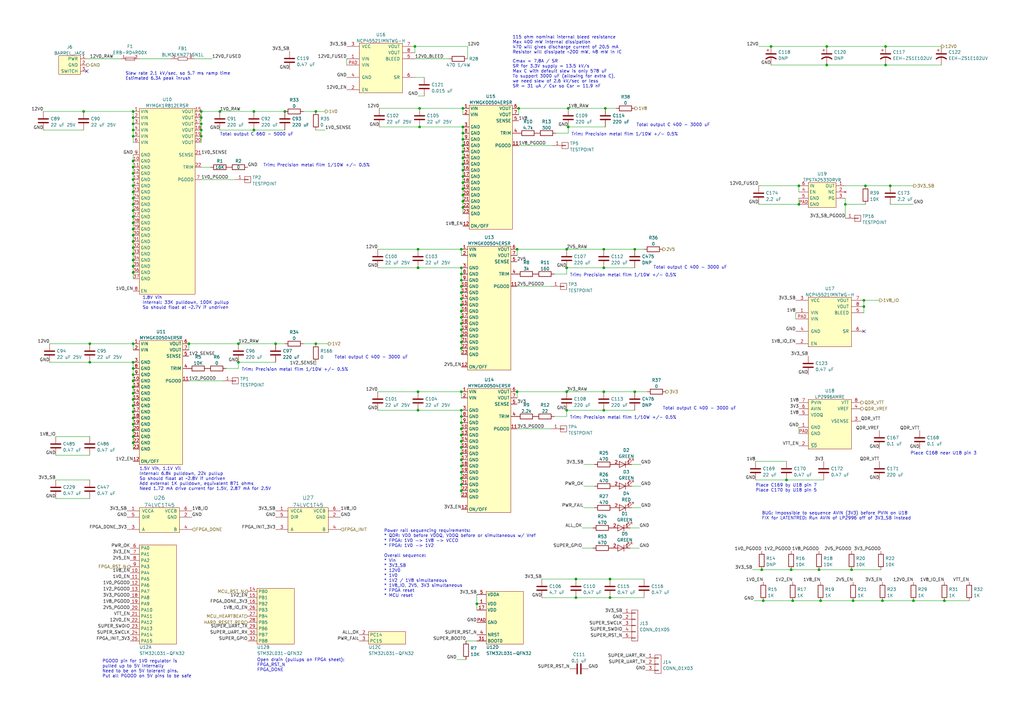
<source format=kicad_sch>
(kicad_sch (version 20211123) (generator eeschema)
  (paper "A3")
  (title_block (date "2023-06-24") (rev "0.1") (company "Antikernel Labs") (comment 1 "Andrew D. Zonenberg"))
  (junction (at 189.865 52.07))
  (junction (at 189.865 64.77))
  (junction (at 54.61 156.21))
  (junction (at 189.23 196.215))
  (junction (at 54.61 111.76))
  (junction (at 327.66 76.2))
  (junction (at 232.41 160.655))
  (junction (at 327.66 83.82))
  (junction (at 236.22 245.11))
  (junction (at 189.23 127.635))
  (junction (at 232.41 168.275))
  (junction (at 189.865 67.31))
  (junction (at 387.35 246.38))
  (junction (at 171.45 168.275))
  (junction (at 189.23 114.935))
  (junction (at 189.23 173.355))
  (junction (at 189.23 109.855))
  (junction (at 247.65 168.275))
  (junction (at 363.22 19.05))
  (junction (at 189.23 201.295))
  (junction (at 260.35 102.235))
  (junction (at 129.54 140.97))
  (junction (at 374.65 246.38))
  (junction (at 189.865 82.55))
  (junction (at 171.45 102.235))
  (junction (at 189.23 170.815))
  (junction (at 36.83 148.59))
  (junction (at 104.14 53.34))
  (junction (at 189.23 168.275))
  (junction (at 354.965 76.2))
  (junction (at 54.61 53.34))
  (junction (at 322.58 196.85))
  (junction (at 189.23 188.595))
  (junction (at 189.865 62.23))
  (junction (at 54.61 83.82))
  (junction (at 339.09 26.67))
  (junction (at 189.23 175.895))
  (junction (at 212.09 102.235))
  (junction (at 54.61 151.13))
  (junction (at 189.23 198.755))
  (junction (at 363.22 26.67))
  (junction (at 189.865 54.61))
  (junction (at 354.33 125.73))
  (junction (at 189.865 72.39))
  (junction (at 335.915 233.68))
  (junction (at 77.47 140.97))
  (junction (at 54.61 50.8))
  (junction (at 54.61 78.74))
  (junction (at 36.83 140.97))
  (junction (at 54.61 109.22))
  (junction (at 54.61 168.91))
  (junction (at 247.65 109.855))
  (junction (at 54.61 166.37))
  (junction (at 54.61 148.59))
  (junction (at 189.865 57.15))
  (junction (at 189.865 77.47))
  (junction (at 54.61 176.53))
  (junction (at 250.19 237.49))
  (junction (at 54.61 140.97))
  (junction (at 34.29 45.72))
  (junction (at 54.61 76.2))
  (junction (at 90.17 45.72))
  (junction (at 365.125 76.2))
  (junction (at 189.23 137.795))
  (junction (at 54.61 88.9))
  (junction (at 236.22 237.49))
  (junction (at 113.03 140.97))
  (junction (at 233.045 44.45))
  (junction (at 189.23 130.175))
  (junction (at 97.79 148.59))
  (junction (at 189.865 80.01))
  (junction (at 54.61 101.6))
  (junction (at 54.61 181.61))
  (junction (at 54.61 153.67))
  (junction (at 54.61 86.36))
  (junction (at 189.23 193.675))
  (junction (at 250.19 245.11))
  (junction (at 189.865 69.85))
  (junction (at 189.23 135.255))
  (junction (at 189.23 120.015))
  (junction (at 189.865 74.93))
  (junction (at 349.885 246.38))
  (junction (at 189.23 122.555))
  (junction (at 170.18 19.05))
  (junction (at 54.61 68.58))
  (junction (at 212.09 160.655))
  (junction (at 339.09 19.05))
  (junction (at 189.23 183.515))
  (junction (at 312.42 233.68))
  (junction (at 54.61 158.75))
  (junction (at 212.725 44.45))
  (junction (at 189.23 186.055))
  (junction (at 54.61 171.45))
  (junction (at 171.45 109.855))
  (junction (at 189.23 178.435))
  (junction (at 361.95 246.38))
  (junction (at 336.55 246.38))
  (junction (at 349.25 233.68))
  (junction (at 54.61 73.66))
  (junction (at 54.61 45.72))
  (junction (at 189.23 140.335))
  (junction (at 172.085 44.45))
  (junction (at 189.23 132.715))
  (junction (at 171.45 160.655))
  (junction (at 82.55 50.8))
  (junction (at 54.61 173.99))
  (junction (at 54.61 104.14))
  (junction (at 82.55 48.26))
  (junction (at 189.865 59.69))
  (junction (at 248.285 44.45))
  (junction (at 54.61 161.29))
  (junction (at 54.61 179.07))
  (junction (at 189.23 102.235))
  (junction (at 189.23 117.475))
  (junction (at 54.61 55.88))
  (junction (at 325.12 246.38))
  (junction (at 54.61 96.52))
  (junction (at 54.61 106.68))
  (junction (at 189.23 112.395))
  (junction (at 82.55 45.72))
  (junction (at 172.085 52.07))
  (junction (at 232.41 109.855))
  (junction (at 54.61 81.28))
  (junction (at 104.14 45.72))
  (junction (at 116.84 45.72))
  (junction (at 54.61 48.26))
  (junction (at 129.54 45.72))
  (junction (at 189.865 85.09))
  (junction (at 54.61 71.12))
  (junction (at 316.23 19.05))
  (junction (at 54.61 163.83))
  (junction (at 54.61 93.98))
  (junction (at 247.65 102.235))
  (junction (at 189.23 125.095))
  (junction (at 247.65 160.655))
  (junction (at 354.33 123.19))
  (junction (at 54.61 66.04))
  (junction (at 97.79 140.97))
  (junction (at 313.055 246.38))
  (junction (at 189.23 191.135))
  (junction (at 189.865 44.45))
  (junction (at 54.61 91.44))
  (junction (at 232.41 102.235))
  (junction (at 54.61 99.06))
  (junction (at 189.23 160.655))
  (junction (at 233.045 52.07))
  (junction (at 82.55 55.88))
  (junction (at 195.58 247.65))
  (junction (at 346.71 83.82))
  (junction (at 189.23 142.875))
  (junction (at 189.23 180.975))
  (junction (at 82.55 53.34))
  (junction (at 324.485 233.68))
  (junction (at 260.35 160.655))
  (no_connect (at 35.56 29.21))
  (no_connect (at 354.33 135.89))
  (wire (pts (xy 54.61 81.28) (xy 54.61 83.82)))
  (wire (pts (xy 113.03 140.97) (xy 116.84 140.97)))
  (wire (pts (xy 129.54 148.59) (xy 129.54 149.86)))
  (wire (pts (xy 361.95 246.38) (xy 374.65 246.38)))
  (wire (pts (xy 77.47 143.51) (xy 77.47 140.97)))
  (wire (pts (xy 54.61 83.82) (xy 54.61 86.36)))
  (wire (pts (xy 54.61 181.61) (xy 54.61 184.15)))
  (wire (pts (xy 250.19 237.49) (xy 264.16 237.49)))
  (wire (pts (xy 346.71 83.82) (xy 346.71 89.535)))
  (wire (pts (xy 97.79 151.13) (xy 97.79 148.59)))
  (wire (pts (xy 189.23 183.515) (xy 189.23 186.055)))
  (wire (pts (xy 154.94 102.235) (xy 171.45 102.235)))
  (wire (pts (xy 170.18 31.75) (xy 173.99 31.75)))
  (wire (pts (xy 189.23 135.255) (xy 189.23 137.795)))
  (wire (pts (xy 189.23 188.595) (xy 189.23 191.135)))
  (wire (pts (xy 212.09 117.475) (xy 226.06 117.475)))
  (wire (pts (xy 349.25 233.68) (xy 361.315 233.68)))
  (wire (pts (xy 77.47 156.21) (xy 91.44 156.21)))
  (wire (pts (xy 189.23 102.235) (xy 189.23 104.775)))
  (wire (pts (xy 232.41 109.855) (xy 247.65 109.855)))
  (wire (pts (xy 189.865 85.09) (xy 189.865 87.63)))
  (wire (pts (xy 227.965 54.61) (xy 233.045 54.61)))
  (wire (pts (xy 189.23 137.795) (xy 189.23 140.335)))
  (wire (pts (xy 189.23 122.555) (xy 189.23 125.095)))
  (wire (pts (xy 354.33 123.19) (xy 360.68 123.19)))
  (wire (pts (xy 236.22 245.11) (xy 250.19 245.11)))
  (wire (pts (xy 313.055 246.38) (xy 325.12 246.38)))
  (wire (pts (xy 20.32 140.97) (xy 36.83 140.97)))
  (wire (pts (xy 189.865 59.69) (xy 189.865 62.23)))
  (wire (pts (xy 312.42 233.68) (xy 324.485 233.68)))
  (wire (pts (xy 82.55 48.26) (xy 82.55 50.8)))
  (wire (pts (xy 189.23 125.095) (xy 189.23 127.635)))
  (wire (pts (xy 171.45 102.235) (xy 189.23 102.235)))
  (wire (pts (xy 129.54 140.97) (xy 134.62 140.97)))
  (wire (pts (xy 54.61 50.8) (xy 54.61 53.34)))
  (wire (pts (xy 54.61 111.76) (xy 54.61 114.3)))
  (wire (pts (xy 212.725 59.69) (xy 226.695 59.69)))
  (wire (pts (xy 232.41 168.275) (xy 247.65 168.275)))
  (wire (pts (xy 222.25 245.11) (xy 236.22 245.11)))
  (wire (pts (xy 124.46 140.97) (xy 129.54 140.97)))
  (wire (pts (xy 155.575 44.45) (xy 172.085 44.45)))
  (wire (pts (xy 233.045 52.07) (xy 248.285 52.07)))
  (wire (pts (xy 82.55 53.34) (xy 82.55 55.88)))
  (wire (pts (xy 54.61 53.34) (xy 54.61 55.88)))
  (wire (pts (xy 327.66 81.28) (xy 327.66 83.82)))
  (wire (pts (xy 189.23 201.295) (xy 189.23 203.835)))
  (wire (pts (xy 54.61 88.9) (xy 54.61 91.44)))
  (wire (pts (xy 171.45 168.275) (xy 189.23 168.275)))
  (wire (pts (xy 189.23 127.635) (xy 189.23 130.175)))
  (wire (pts (xy 22.86 186.69) (xy 36.83 186.69)))
  (wire (pts (xy 259.08 190.5) (xy 262.89 190.5)))
  (wire (pts (xy 187.325 270.51) (xy 191.135 270.51)))
  (wire (pts (xy 54.61 76.2) (xy 54.61 78.74)))
  (wire (pts (xy 54.61 68.58) (xy 54.61 71.12)))
  (wire (pts (xy 247.65 109.855) (xy 260.35 109.855)))
  (wire (pts (xy 80.01 24.13) (xy 86.995 24.13)))
  (wire (pts (xy 90.17 53.34) (xy 104.14 53.34)))
  (wire (pts (xy 97.79 148.59) (xy 113.03 148.59)))
  (wire (pts (xy 239.395 199.39) (xy 243.84 199.39)))
  (wire (pts (xy 54.61 93.98) (xy 54.61 96.52)))
  (wire (pts (xy 233.045 44.45) (xy 248.285 44.45)))
  (wire (pts (xy 233.045 54.61) (xy 233.045 52.07)))
  (wire (pts (xy 387.35 246.38) (xy 397.51 246.38)))
  (wire (pts (xy 82.55 45.72) (xy 90.17 45.72)))
  (wire (pts (xy 374.65 246.38) (xy 387.35 246.38)))
  (wire (pts (xy 189.23 173.355) (xy 189.23 175.895)))
  (wire (pts (xy 309.88 189.23) (xy 322.58 189.23)))
  (wire (pts (xy 189.23 186.055) (xy 189.23 188.595)))
  (wire (pts (xy 232.41 170.815) (xy 232.41 168.275)))
  (wire (pts (xy 258.445 224.79) (xy 262.255 224.79)))
  (wire (pts (xy 227.33 112.395) (xy 232.41 112.395)))
  (wire (pts (xy 322.58 196.85) (xy 337.82 196.85)))
  (wire (pts (xy 54.61 101.6) (xy 54.61 104.14)))
  (wire (pts (xy 354.33 128.27) (xy 354.33 125.73)))
  (wire (pts (xy 189.865 54.61) (xy 189.865 57.15)))
  (wire (pts (xy 172.085 44.45) (xy 189.865 44.45)))
  (wire (pts (xy 189.23 178.435) (xy 189.23 180.975)))
  (wire (pts (xy 191.135 262.89) (xy 195.58 262.89)))
  (wire (pts (xy 339.09 19.05) (xy 363.22 19.05)))
  (wire (pts (xy 189.23 175.895) (xy 189.23 178.435)))
  (wire (pts (xy 189.865 64.77) (xy 189.865 67.31)))
  (wire (pts (xy 189.865 69.85) (xy 189.865 72.39)))
  (wire (pts (xy 365.125 76.2) (xy 374.65 76.2)))
  (wire (pts (xy 154.94 109.855) (xy 171.45 109.855)))
  (wire (pts (xy 142.24 24.13) (xy 142.24 26.67)))
  (wire (pts (xy 129.54 53.34) (xy 133.35 53.34)))
  (wire (pts (xy 124.46 45.72) (xy 129.54 45.72)))
  (wire (pts (xy 189.865 67.31) (xy 189.865 69.85)))
  (wire (pts (xy 232.41 112.395) (xy 232.41 109.855)))
  (wire (pts (xy 189.865 57.15) (xy 189.865 59.69)))
  (wire (pts (xy 189.23 132.715) (xy 189.23 135.255)))
  (wire (pts (xy 189.23 191.135) (xy 189.23 193.675)))
  (wire (pts (xy 54.61 176.53) (xy 54.61 179.07)))
  (wire (pts (xy 222.25 237.49) (xy 236.22 237.49)))
  (wire (pts (xy 346.71 76.2) (xy 354.965 76.2)))
  (wire (pts (xy 309.245 246.38) (xy 313.055 246.38)))
  (wire (pts (xy 346.71 81.28) (xy 346.71 83.82)))
  (wire (pts (xy 191.77 19.05) (xy 191.77 24.13)))
  (wire (pts (xy 189.23 170.815) (xy 189.23 173.355)))
  (wire (pts (xy 189.865 72.39) (xy 189.865 74.93)))
  (wire (pts (xy 250.19 245.11) (xy 264.16 245.11)))
  (wire (pts (xy 82.55 50.8) (xy 82.55 53.34)))
  (wire (pts (xy 212.09 163.195) (xy 212.09 160.655)))
  (wire (pts (xy 54.61 78.74) (xy 54.61 81.28)))
  (wire (pts (xy 189.23 112.395) (xy 189.23 114.935)))
  (wire (pts (xy 57.15 24.13) (xy 69.85 24.13)))
  (wire (pts (xy 189.23 193.675) (xy 189.23 196.215)))
  (wire (pts (xy 212.09 175.895) (xy 226.06 175.895)))
  (wire (pts (xy 335.915 233.68) (xy 349.25 233.68)))
  (wire (pts (xy 54.61 48.26) (xy 54.61 50.8)))
  (wire (pts (xy 54.61 179.07) (xy 54.61 181.61)))
  (wire (pts (xy 154.94 168.275) (xy 171.45 168.275)))
  (wire (pts (xy 189.23 140.335) (xy 189.23 142.875)))
  (wire (pts (xy 189.865 80.01) (xy 189.865 82.55)))
  (wire (pts (xy 189.23 142.875) (xy 189.23 145.415)))
  (wire (pts (xy 54.61 151.13) (xy 54.61 153.67)))
  (wire (pts (xy 232.41 160.655) (xy 247.65 160.655)))
  (wire (pts (xy 354.965 76.2) (xy 365.125 76.2)))
  (wire (pts (xy 92.71 151.13) (xy 97.79 151.13)))
  (wire (pts (xy 259.08 199.39) (xy 262.89 199.39)))
  (wire (pts (xy 247.65 160.655) (xy 260.35 160.655)))
  (wire (pts (xy 36.83 140.97) (xy 54.61 140.97)))
  (wire (pts (xy 54.61 173.99) (xy 54.61 176.53)))
  (wire (pts (xy 195.58 247.65) (xy 195.58 243.84)))
  (wire (pts (xy 82.55 68.58) (xy 86.36 68.58)))
  (wire (pts (xy 239.395 208.28) (xy 243.84 208.28)))
  (wire (pts (xy 54.61 140.97) (xy 54.61 143.51)))
  (wire (pts (xy 326.39 128.27) (xy 326.39 130.81)))
  (wire (pts (xy 247.65 102.235) (xy 260.35 102.235)))
  (wire (pts (xy 212.725 44.45) (xy 233.045 44.45)))
  (wire (pts (xy 339.09 26.67) (xy 363.22 26.67)))
  (wire (pts (xy 54.61 71.12) (xy 54.61 73.66)))
  (wire (pts (xy 327.66 76.2) (xy 327.66 78.74)))
  (wire (pts (xy 248.285 44.45) (xy 252.73 44.45)))
  (wire (pts (xy 172.085 52.07) (xy 189.865 52.07)))
  (wire (pts (xy 258.445 216.535) (xy 262.255 216.535)))
  (wire (pts (xy 325.12 246.38) (xy 336.55 246.38)))
  (wire (pts (xy 82.55 45.72) (xy 82.55 48.26)))
  (wire (pts (xy 129.54 45.72) (xy 133.35 45.72)))
  (wire (pts (xy 54.61 55.88) (xy 54.61 58.42)))
  (wire (pts (xy 212.09 104.775) (xy 212.09 102.235)))
  (wire (pts (xy 104.14 45.72) (xy 116.84 45.72)))
  (wire (pts (xy 309.88 196.85) (xy 322.58 196.85)))
  (wire (pts (xy 22.86 196.85) (xy 36.83 196.85)))
  (wire (pts (xy 54.61 163.83) (xy 54.61 166.37)))
  (wire (pts (xy 260.35 102.235) (xy 264.16 102.235)))
  (wire (pts (xy 54.61 45.72) (xy 54.61 48.26)))
  (wire (pts (xy 22.86 204.47) (xy 36.83 204.47)))
  (wire (pts (xy 54.61 66.04) (xy 54.61 68.58)))
  (wire (pts (xy 54.61 158.75) (xy 54.61 161.29)))
  (wire (pts (xy 354.33 125.73) (xy 354.33 123.19)))
  (wire (pts (xy 82.55 55.88) (xy 82.55 58.42)))
  (wire (pts (xy 363.22 26.67) (xy 386.08 26.67)))
  (wire (pts (xy 54.61 99.06) (xy 54.61 101.6)))
  (wire (pts (xy 54.61 148.59) (xy 54.61 151.13)))
  (wire (pts (xy 90.17 45.72) (xy 104.14 45.72)))
  (wire (pts (xy 327.66 175.26) (xy 327.66 177.8)))
  (wire (pts (xy 311.15 19.05) (xy 316.23 19.05)))
  (wire (pts (xy 311.15 76.2) (xy 327.66 76.2)))
  (wire (pts (xy 17.78 53.34) (xy 34.29 53.34)))
  (wire (pts (xy 189.23 114.935) (xy 189.23 117.475)))
  (wire (pts (xy 239.395 190.5) (xy 243.84 190.5)))
  (wire (pts (xy 195.58 247.65) (xy 195.58 250.19)))
  (wire (pts (xy 54.61 166.37) (xy 54.61 168.91)))
  (wire (pts (xy 54.61 106.68) (xy 54.61 109.22)))
  (wire (pts (xy 17.78 45.72) (xy 34.29 45.72)))
  (wire (pts (xy 232.41 102.235) (xy 247.65 102.235)))
  (wire (pts (xy 54.61 153.67) (xy 54.61 156.21)))
  (wire (pts (xy 54.61 156.21) (xy 54.61 158.75)))
  (wire (pts (xy 189.23 160.655) (xy 189.23 163.195)))
  (wire (pts (xy 189.865 52.07) (xy 189.865 54.61)))
  (wire (pts (xy 54.61 63.5) (xy 54.61 66.04)))
  (wire (pts (xy 236.22 237.49) (xy 250.19 237.49)))
  (wire (pts (xy 363.22 19.05) (xy 386.08 19.05)))
  (wire (pts (xy 324.485 233.68) (xy 335.915 233.68)))
  (wire (pts (xy 54.61 104.14) (xy 54.61 106.68)))
  (wire (pts (xy 77.47 140.97) (xy 97.79 140.97)))
  (wire (pts (xy 54.61 91.44) (xy 54.61 93.98)))
  (wire (pts (xy 170.18 24.13) (xy 184.15 24.13)))
  (wire (pts (xy 22.86 179.07) (xy 36.83 179.07)))
  (wire (pts (xy 171.45 39.37) (xy 173.99 39.37)))
  (wire (pts (xy 97.79 140.97) (xy 113.03 140.97)))
  (wire (pts (xy 189.23 120.015) (xy 189.23 122.555)))
  (wire (pts (xy 82.55 73.66) (xy 96.52 73.66)))
  (wire (pts (xy 54.61 73.66) (xy 54.61 76.2)))
  (wire (pts (xy 54.61 168.91) (xy 54.61 171.45)))
  (wire (pts (xy 189.865 77.47) (xy 189.865 80.01)))
  (wire (pts (xy 308.61 233.68) (xy 312.42 233.68)))
  (wire (pts (xy 104.14 53.34) (xy 116.84 53.34)))
  (wire (pts (xy 247.65 168.275) (xy 260.35 168.275)))
  (wire (pts (xy 189.865 44.45) (xy 189.865 46.99)))
  (wire (pts (xy 189.865 62.23) (xy 189.865 64.77)))
  (wire (pts (xy 238.76 224.79) (xy 243.205 224.79)))
  (wire (pts (xy 212.09 102.235) (xy 232.41 102.235)))
  (wire (pts (xy 189.23 196.215) (xy 189.23 198.755)))
  (wire (pts (xy 238.76 216.535) (xy 243.205 216.535)))
  (wire (pts (xy 189.865 82.55) (xy 189.865 85.09)))
  (wire (pts (xy 170.18 19.05) (xy 170.18 21.59)))
  (wire (pts (xy 189.23 198.755) (xy 189.23 201.295)))
  (wire (pts (xy 35.56 24.13) (xy 49.53 24.13)))
  (wire (pts (xy 189.865 74.93) (xy 189.865 77.47)))
  (wire (pts (xy 260.35 160.655) (xy 265.43 160.655)))
  (wire (pts (xy 365.125 83.82) (xy 374.65 83.82)))
  (wire (pts (xy 155.575 52.07) (xy 172.085 52.07)))
  (wire (pts (xy 54.61 109.22) (xy 54.61 111.76)))
  (wire (pts (xy 36.83 148.59) (xy 54.61 148.59)))
  (wire (pts (xy 316.23 19.05) (xy 339.09 19.05)))
  (wire (pts (xy 171.45 160.655) (xy 189.23 160.655)))
  (wire (pts (xy 54.61 86.36) (xy 54.61 88.9)))
  (wire (pts (xy 311.15 83.82) (xy 327.66 83.82)))
  (wire (pts (xy 189.23 130.175) (xy 189.23 132.715)))
  (wire (pts (xy 316.23 26.67) (xy 339.09 26.67)))
  (wire (pts (xy 212.725 46.99) (xy 212.725 44.45)))
  (wire (pts (xy 54.61 161.29) (xy 54.61 163.83)))
  (wire (pts (xy 20.32 148.59) (xy 36.83 148.59)))
  (wire (pts (xy 259.08 208.28) (xy 262.89 208.28)))
  (wire (pts (xy 212.09 160.655) (xy 232.41 160.655)))
  (wire (pts (xy 171.45 109.855) (xy 189.23 109.855)))
  (wire (pts (xy 336.55 246.38) (xy 349.885 246.38)))
  (wire (pts (xy 227.33 170.815) (xy 232.41 170.815)))
  (wire (pts (xy 189.23 180.975) (xy 189.23 183.515)))
  (wire (pts (xy 346.71 83.82) (xy 354.965 83.82)))
  (wire (pts (xy 170.18 19.05) (xy 191.77 19.05)))
  (wire (pts (xy 54.61 171.45) (xy 54.61 173.99)))
  (wire (pts (xy 54.61 96.52) (xy 54.61 99.06)))
  (wire (pts (xy 34.29 45.72) (xy 54.61 45.72)))
  (wire (pts (xy 189.23 117.475) (xy 189.23 120.015)))
  (wire (pts (xy 349.885 246.38) (xy 361.95 246.38)))
  (wire (pts (xy 189.23 168.275) (xy 189.23 170.815)))
  (wire (pts (xy 154.94 160.655) (xy 171.45 160.655)))
  (wire (pts (xy 189.23 109.855) (xy 189.23 112.395)))
  (text "Total output C 400 - 3000 uF" (at 137.16 147.32 0) (effects (font (size 1.27 1.27)) (justify left bottom)))
  (text "Total output C 400 - 3000 uF" (at 260.985 52.07 0) (effects (font (size 1.27 1.27)) (justify left bottom)))
  (text "Place C168 near U18 pin 3" (at 373.38 186.69 0) (effects (font (size 1.27 1.27)) (justify left bottom)))
  (text "Power rail sequencing requirements:\n* QDR: VDD before VDDQ, VDDQ before or simultaneous w/ Vref\n* FPGA: 1V0 -> 1V8 -> VCCO\n* FPGA: 1V0 -> 1V2\n\nOverall sequence:\n* Vin\n* 3V3_SB\n* 12V0\n* 1V0\n* 1V2 / 1V8 simultaneous\n* 1V8_IO, 2V5, 3V3 simultaneous\n* FPGA reset\n* MCU reset" (at 157.48 245.11 0) (effects (font (size 1.27 1.27)) (justify left bottom)))
  (text "Cmax = 7.8A / SR\nSR for 3.3V supply = 13.5 kV/s\nMax C with default slew is only 578 uF\nTo support 3000 uF (allowing for extra C),\nwe need slew of 2.6 kV/sec or less\nSR = 31 uA / Csr so Csr = 11.9 nF" (at 210.185 36.195 0) (effects (font (size 1.27 1.27)) (justify left bottom)))
  (text "Trim: Precision metal film 1/10W +/- 0.5%" (at 99.06 152.4 0) (effects (font (size 1.27 1.27)) (justify left bottom)))
  (text "Trim: Precision metal film 1/10W +/- 0.5%" (at 233.68 113.665 0) (effects (font (size 1.27 1.27)) (justify left bottom)))
  (text "Trim: Precision metal film 1/10W +/- 0.5%" (at 234.315 55.88 0) (effects (font (size 1.27 1.27)) (justify left bottom)))
  (text "Total output C 660 - 5000 uF" (at 90.17 55.88 0) (effects (font (size 1.27 1.27)) (justify left bottom)))
  (text "115 ohm nominal internal bleed resistance\nMax 400 mW internal dissipation\n470 will gives discharge current of 20.5 mA\nResistor will dissipate ~200 mW, 48 mW in IC" (at 210.185 22.225 0) (effects (font (size 1.27 1.27)) (justify left bottom)))
  (text "BUG: Impossible to sequence AVIN (3V3) before PVIN on U18\nFIX for LATENTRED: Run AVIN of LP2996 off of 3V3_SB instead" (at 312.42 213.36 0) (effects (font (size 1.27 1.27)) (justify left bottom)))
  (text "Total output C 400 - 3000 uF" (at 267.97 110.49 0) (effects (font (size 1.27 1.27)) (justify left bottom)))
  (text "1.5V Vih, 1.1V Vil\nInternal: 6.8k pulldown, 22k pullup\nSo should float at ~2.8V if undriven\nAdd external 1K pulldown, equivalent 871 ohms\nNeed 1.72 mA drive current for 1.5V, 2.87 mA for 2.5V" (at 57.15 201.295 0) (effects (font (size 1.27 1.27)) (justify left bottom)))
  (text "Open drain (pullups on FPGA sheet):\nFPGA_RST_N\nFPGA_DONE" (at 105.41 275.59 0) (effects (font (size 1.27 1.27)) (justify left bottom)))
  (text "1.8V Vih\nInternal: 33K pulldown, 100K pullup\nSo should float at ~2.7V if undriven" (at 58.42 127 0) (effects (font (size 1.27 1.27)) (justify left bottom)))
  (text "PGOOD pin for 1V0 regulator is\npulled up to 5V internally\nNeed to be on 5V tolerant pins.\nPut all PGOOD on 5V pins to be safe" (at 41.91 278.13 0) (effects (font (size 1.27 1.27)) (justify left bottom)))
  (text "Trim: Precision metal film 1/10W +/- 0.5%" (at 107.95 68.58 0) (effects (font (size 1.27 1.27)) (justify left bottom)))
  (text "Place C169 by U18 pin 7\nPlace C170 by U18 pin 5" (at 309.88 201.93 0) (effects (font (size 1.27 1.27)) (justify left bottom)))
  (text "Total output C 400 - 3000 uF" (at 271.78 168.275 0) (effects (font (size 1.27 1.27)) (justify left bottom)))
  (text "Slew rate 2.1 kV/sec, so 5.7 ms ramp time\nEstimated 6.3A peak inrush" (at 51.435 33.02 0) (effects (font (size 1.27 1.27)) (justify left bottom)))
  (text "Trim: Precision metal film 1/10W +/- 0.5%" (at 233.68 172.085 0) (effects (font (size 1.27 1.27)) (justify left bottom)))
  (label "12V0_FUSED" (at 86.995 24.13 0))
  (label "3V3_SB" (at 255.27 251.46 180))
  (label "3V3" (at 337.82 189.23 180))
  (label "1V2_PGOOD" (at 77.47 156.21 0))
  (label "1V2_EN" (at 101.6 245.11 180))
  (label "1V0_RAW" (at 90.17 45.72 0))
  (label "1V0_PGOOD" (at 312.42 226.06 180))
  (label "3V3_EN" (at 189.23 208.915 180))
  (label "GND" (at 264.795 274.955 180))
  (label "3V3" (at 212.09 165.735 0))
  (label "3V3_SB" (at 142.24 19.05 180))
  (label "GND" (at 54.61 63.5 180))
  (label "1V2_RAW" (at 97.79 140.97 0))
  (label "VTT_EN" (at 53.34 252.73 180))
  (label "12V0_FUSED" (at 142.24 24.13 180))
  (label "GND" (at 171.45 39.37 180))
  (label "3V3_SB" (at 308.61 233.68 180))
  (label "1V2_PGOOD" (at 324.485 226.06 180))
  (label "FPGA_INIT_3V3" (at 53.34 262.89 180))
  (label "3V3_SB" (at 113.03 209.55 180))
  (label "1V8_EN" (at 189.865 92.71 180))
  (label "GND" (at 139.7 212.09 0))
  (label "3V3_PGOOD" (at 53.34 245.11 180))
  (label "GND" (at 187.325 270.51 180))
  (label "GND" (at 309.245 246.38 180))
  (label "12V0_FUSED" (at 311.15 76.2 180))
  (label "GND" (at 142.24 31.75 180))
  (label "1V0_SENSE" (at 82.55 63.5 0))
  (label "SUPER_SWCLK" (at 53.34 260.35 180))
  (label "FPGA_INIT_3V3" (at 113.03 217.17 180))
  (label "12V0" (at 20.32 140.97 180))
  (label "PWR_OK" (at 239.395 199.39 180))
  (label "1V2_SENSE" (at 129.54 149.86 180))
  (label "SUPER_RST_N" (at 255.27 261.62 180))
  (label "SUPER_SWDIO" (at 53.34 257.81 180))
  (label "1V0_PGOOD" (at 82.55 73.66 0))
  (label "2V5_EN" (at 349.885 238.76 180))
  (label "12V0_EN" (at 53.34 255.27 180))
  (label "GND" (at 326.39 135.89 180))
  (label "GND" (at 22.86 186.69 180))
  (label "3V3" (at 327.66 167.64 180))
  (label "GND" (at 262.89 199.39 0))
  (label "1V8_PGOOD" (at 53.34 247.65 180))
  (label "3V3_PGOOD" (at 212.09 175.895 0))
  (label "2V5_PGOOD" (at 349.25 226.06 180))
  (label "ALL_OK" (at 147.32 260.35 180))
  (label "GND" (at 97.79 148.59 180))
  (label "SUPER_BOOT0" (at 191.135 262.89 180))
  (label "3V3_SB" (at 22.86 196.85 180))
  (label "SUPER_SWDIO" (at 255.27 259.08 180))
  (label "PWR_FAIL" (at 239.395 208.28 180))
  (label "1V8_PGOOD" (at 335.915 226.06 180))
  (label "FPGA_DONE_3V3" (at 52.07 217.17 180))
  (label "GND" (at 20.32 148.59 180))
  (label "GND" (at 262.89 190.5 0))
  (label "GND" (at 255.27 254 180))
  (label "1V8_IO_EN" (at 101.6 250.19 180))
  (label "3V3_SB" (at 118.745 20.955 180))
  (label "QDR_VTT" (at 353.06 172.72 0))
  (label "GND" (at 311.15 83.82 180))
  (label "FPGA_DONE_3V3" (at 101.6 247.65 180))
  (label "12V0" (at 155.575 44.45 180))
  (label "1V8_RAW" (at 233.045 44.45 0))
  (label "1V8" (at 212.725 49.53 0))
  (label "SUPER_UART_RX" (at 264.795 269.875 180))
  (label "GND" (at 262.255 216.535 0))
  (label "VTT_EN" (at 397.51 238.76 180))
  (label "3V3_RAW" (at 232.41 160.655 0))
  (label "1V8_IO" (at 139.7 209.55 0))
  (label "3V3_PGOOD" (at 361.315 226.06 180))
  (label "1V2_EN" (at 54.61 189.23 180))
  (label "QDR_VTT" (at 360.68 189.23 180))
  (label "2V5_PGOOD" (at 53.34 250.19 180))
  (label "3V3_SB" (at 222.25 237.49 180))
  (label "1V0_PGOOD" (at 53.34 240.03 180))
  (label "1V2_SENSE" (at 77.47 146.05 0))
  (label "SUPER_GPIO" (at 101.6 262.89 180))
  (label "GND" (at 113.03 212.09 180))
  (label "GND" (at 262.255 224.79 0))
  (label "1V0_EN" (at 53.34 237.49 180))
  (label "GND" (at 155.575 52.07 180))
  (label "GND" (at 232.41 168.275 180))
  (label "1V2_PGOOD" (at 53.34 242.57 180))
  (label "GND" (at 17.78 53.34 180))
  (label "2V5" (at 212.09 107.315 0))
  (label "3V3_SB_PGOOD" (at 346.71 89.535 180))
  (label "PWR_OK" (at 53.34 224.79 180))
  (label "GND" (at 154.94 109.855 180))
  (label "12V0_EN" (at 142.24 36.83 180))
  (label "GND" (at 377.19 184.15 180))
  (label "QDR_VTT" (at 377.19 176.53 180))
  (label "ALL_OK" (at 238.76 216.535 180))
  (label "GND" (at 360.68 184.15 180))
  (label "VTT_EN" (at 327.66 182.88 180))
  (label "GND" (at 101.6 68.58 0))
  (label "SUPER_RST_N" (at 233.68 274.32 180))
  (label "1V8_IO_EN" (at 326.39 140.97 180))
  (label "1V8" (at 326.39 128.27 180))
  (label "GND" (at 309.88 196.85 180))
  (label "12V0" (at 154.94 102.235 180))
  (label "GND" (at 241.3 274.32 0))
  (label "GND" (at 233.045 52.07 180))
  (label "3V3_EN" (at 361.95 238.76 180))
  (label "GND" (at 22.86 204.47 180))
  (label "12V0" (at 17.78 45.72 180))
  (label "3V3_SB" (at 331.47 146.05 180))
  (label "1V8_PGOOD" (at 212.725 59.69 0))
  (label "GND" (at 222.25 245.11 180))
  (label "GND" (at 154.94 168.275 180))
  (label "SUPER_UART_TX" (at 101.6 257.81 180))
  (label "12V0" (at 311.15 19.05 180))
  (label "12V0_EN" (at 374.65 238.76 180))
  (label "12V0" (at 154.94 160.655 180))
  (label "GND" (at 232.41 109.855 180))
  (label "SUPER_UART_RX" (at 101.6 260.35 180))
  (label "SUPER_SWCLK" (at 255.27 256.54 180))
  (label "2V5_EN" (at 189.23 150.495 180))
  (label "12V0_RAW" (at 36.83 24.13 0))
  (label "SUPER_UART_TX" (at 264.795 272.415 180))
  (label "GND" (at 316.23 26.67 180))
  (label "2V5_RAW" (at 232.41 102.235 0))
  (label "QDR_VREF" (at 360.68 176.53 180))
  (label "GND" (at 90.17 53.34 180))
  (label "GND" (at 195.58 255.27 180))
  (label "2V5_EN" (at 53.34 229.87 180))
  (label "GND" (at 262.89 208.28 0))
  (label "GND" (at 118.745 28.575 180))
  (label "1V8" (at 327.66 165.1 180))
  (label "1V8_EN" (at 53.34 234.95 180))
  (label "3V3_SB" (at 239.395 190.5 180))
  (label "1V8" (at 327.66 170.18 180))
  (label "1V2_EN" (at 325.12 238.76 180))
  (label "1V8_IO_EN" (at 387.35 238.76 180))
  (label "SUPER_RST_N" (at 195.58 260.35 180))
  (label "GND" (at 52.07 212.09 180))
  (label "GND" (at 360.68 196.85 180))
  (label "GND" (at 374.65 83.82 0))
  (label "1V8_IO" (at 22.86 179.07 180))
  (label "GND" (at 78.74 212.09 0))
  (label "12V0" (at 191.77 19.05 0))
  (label "1V8_IO" (at 78.74 209.55 0))
  (label "1V8_EN" (at 336.55 238.76 180))
  (label "PWR_FAIL" (at 147.32 262.89 180))
  (label "3V3_EN" (at 53.34 227.33 180))
  (label "GND" (at 327.66 175.26 180))
  (label "3V3_SB" (at 326.39 123.19 180))
  (label "1V0_EN" (at 54.61 119.38 180))
  (label "GND" (at 331.47 153.67 180))
  (label "3V3_SB" (at 52.07 209.55 180))
  (label "1V0_SENSE" (at 133.35 53.34 0))
  (label "SUPER_GPIO" (at 238.76 224.79 180))
  (label "1V8" (at 309.88 189.23 180))
  (label "2V5_PGOOD" (at 212.09 117.475 0))
  (label "12V0_BLEED" (at 170.18 24.13 0))
  (label "1V0_EN" (at 313.055 238.76 180))
  (label "3V3_SB" (at 195.58 243.84 180))
  (hierarchical_label "MCU_RST_N" (shape output) (at 101.6 242.57 180))
  (hierarchical_label "QDR_VREF" (shape output) (at 353.06 167.64 0))
  (hierarchical_label "FPGA_DONE" (shape input) (at 78.74 217.17 0))
  (hierarchical_label "3V3" (shape output) (at 273.05 160.655 0))
  (hierarchical_label "12V0" (shape output) (at 386.08 19.05 0))
  (hierarchical_label "1V8" (shape output) (at 260.35 44.45 0))
  (hierarchical_label "3V3_SB" (shape output) (at 374.65 76.2 0))
  (hierarchical_label "MCU_HEARTBEAT" (shape input) (at 101.6 252.73 180))
  (hierarchical_label "1V0" (shape output) (at 133.35 45.72 0))
  (hierarchical_label "FPGA_RST_N" (shape output) (at 53.34 232.41 180))
  (hierarchical_label "GND" (shape output) (at 35.56 26.67 0))
  (hierarchical_label "FPGA_INIT" (shape input) (at 139.7 217.17 0))
  (hierarchical_label "1V2" (shape output) (at 134.62 140.97 0))
  (hierarchical_label "HARD_RESET_REQ" (shape input) (at 101.6 255.27 180))
  (hierarchical_label "1V8_IO" (shape output) (at 360.68 123.19 0))
  (hierarchical_label "2V5" (shape output) (at 271.78 102.235 0))
  (hierarchical_label "QDR_VTT" (shape output) (at 353.06 165.1 0))
  (symbol (lib_id "device:R") (at 247.65 199.39 90) (unit 1)
    (property "Reference" "R26" (at 247.65 194.6742 90))
    (property "Value" "470" (at 247.65 197.2111 90))
    (property "Footprint" "azonenberg_pcb:EIA_0402_RES_NOSILK" (effects hide))
  )
  (symbol (lib_id "device:C") (at 365.125 80.01 0) (unit 1)
    (property "Reference" "C173" (at 368.046 79.1753 0) (effects (justify left)))
    (property "Value" "2.2 uF" (at 368.046 81.7122 0) (effects (justify left)))
    (property "Footprint" "azonenberg_pcb:EIA_0805_CAP_NOSILK" (effects hide))
  )
  (symbol (lib_id "device:CP1") (at 363.22 22.86 0) (unit 1)
    (property "Reference" "C117" (at 366.141 21.3903 0) (effects (justify left)))
    (property "Value" "EEH-ZS1E102UV" (at 366.141 23.9272 0) (effects (justify left)))
    (property "Footprint" "azonenberg_pcb:CAP_AL_10MM_SMT" (effects hide))
  )
  (symbol (lib_id "device:C") (at 173.99 35.56 0) (unit 1)
    (property "Reference" "C121" (at 176.911 34.7253 0) (effects (justify left)))
    (property "Value" "0.015 uF" (at 176.911 37.2622 0) (effects (justify left)))
    (property "Footprint" "azonenberg_pcb:EIA_0603_CAP_NOSILK" (effects hide))
  )
  (symbol (lib_id "device:C") (at 22.86 182.88 0) (unit 1)
    (property "Reference" "C485" (at 25.781 182.0453 0) (effects (justify left)))
    (property "Value" "0.47 uF" (at 25.781 184.5822 0) (effects (justify left)))
    (property "Footprint" "azonenberg_pcb:EIA_0402_CAP_NOSILK" (effects hide))
  )
  (symbol (lib_id "device:R") (at 224.155 54.61 270) (unit 1)
    (property "Reference" "R13" (at 224.155 49.8942 90))
    (property "Value" "300" (at 224.155 52.4311 90))
    (property "Footprint" "azonenberg_pcb:EIA_0402_RES_NOSILK" (effects hide))
  )
  (symbol (lib_id "device:R") (at 129.54 49.53 180) (unit 1)
    (property "Reference" "R35" (at 131.318 48.6953 0) (effects (justify right)))
    (property "Value" "0" (at 131.318 51.2322 0) (effects (justify right)))
    (property "Footprint" "azonenberg_pcb:EIA_0402_RES_NOSILK" (effects hide))
  )
  (symbol (lib_id "special-azonenberg:74LVC1T45") (at 57.15 218.44 0) (unit 1)
    (property "Reference" "U26" (at 65.405 204.1959 0) (effects (font (size 1.524 1.524))))
    (property "Value" "74LVC1T45" (at 65.405 207.1893 0) (effects (font (size 1.524 1.524))))
    (property "Footprint" "azonenberg_pcb:DFN_6_0.5MM_1.45x1.00MM" (effects hide))
  )
  (symbol (lib_id "device:C") (at 377.19 180.34 0) (unit 1)
    (property "Reference" "C168" (at 380.111 179.5053 0) (effects (justify left)))
    (property "Value" "0.1 uF" (at 380.111 182.0422 0) (effects (justify left)))
    (property "Footprint" "azonenberg_pcb:EIA_0402_CAP_NOSILK" (effects hide))
  )
  (symbol (lib_id "device:C") (at 155.575 48.26 0) (unit 1)
    (property "Reference" "C102" (at 158.496 47.4253 0) (effects (justify left)))
    (property "Value" "22 uF 25V" (at 158.496 49.9622 0) (effects (justify left)))
    (property "Footprint" "azonenberg_pcb:EIA_1812_CAP_NOSILK" (effects hide))
  )
  (symbol (lib_id "conn:CONN_01X01") (at 231.775 59.69 0) (unit 1)
    (property "Reference" "TP5" (at 233.68 58.8553 0) (effects (justify left)))
    (property "Value" "TESTPOINT" (at 233.68 61.3922 0) (effects (justify left)))
    (property "Footprint" "azonenberg_pcb:TESTPOINT_SMT_0.5MM" (effects hide))
  )
  (symbol (lib_id "device:C") (at 222.25 241.3 0) (unit 1)
    (property "Reference" "C106" (at 225.171 240.4653 0) (effects (justify left)))
    (property "Value" "4.7 uF" (at 225.171 243.0022 0) (effects (justify left)))
    (property "Footprint" "azonenberg_pcb:EIA_0603_CAP_NOSILK" (effects hide))
  )
  (symbol (lib_id "passive-azonenberg:R_PWR") (at 256.54 44.45 270) (unit 1)
    (property "Reference" "R38" (at 256.54 39.7342 90))
    (property "Value" "0" (at 256.54 42.2711 90))
    (property "Footprint" "azonenberg_pcb:EIA_0402_RES_NOSILK" (effects hide))
  )
  (symbol (lib_id "device:C") (at 232.41 106.045 0) (unit 1)
    (property "Reference" "C107" (at 235.331 105.2103 0) (effects (justify left)))
    (property "Value" "220 uF" (at 235.331 107.7472 0) (effects (justify left)))
    (property "Footprint" "azonenberg_pcb:EIA_1210_CAP_NOSILK" (effects hide))
  )
  (symbol (lib_id "device:R") (at 325.12 242.57 0) (unit 1)
    (property "Reference" "R17" (at 326.898 241.7353 0) (effects (justify left)))
    (property "Value" "1K" (at 326.898 244.2722 0) (effects (justify left)))
    (property "Footprint" "azonenberg_pcb:EIA_0402_RES_NOSILK" (effects hide))
  )
  (symbol (lib_id "device:R") (at 215.9 112.395 90) (unit 1)
    (property "Reference" "R8" (at 215.9 107.6792 90))
    (property "Value" "3k" (at 215.9 110.2161 90))
    (property "Footprint" "azonenberg_pcb:EIA_0402_RES_NOSILK" (effects hide))
  )
  (symbol (lib_id "device:R") (at 129.54 144.78 0) (unit 1)
    (property "Reference" "R166" (at 131.318 143.9453 0) (effects (justify left)))
    (property "Value" "0" (at 131.318 146.4822 0) (effects (justify left)))
    (property "Footprint" "azonenberg_pcb:EIA_0402_RES_NOSILK" (effects hide))
  )
  (symbol (lib_id "device:C") (at 360.68 193.04 0) (unit 1)
    (property "Reference" "C171" (at 363.601 192.2053 0) (effects (justify left)))
    (property "Value" "220 uF" (at 363.601 194.7422 0) (effects (justify left)))
    (property "Footprint" "azonenberg_pcb:EIA_1210_CAP_NOSILK" (effects hide))
  )
  (symbol (lib_id "device:C") (at 116.84 49.53 0) (unit 1)
    (property "Reference" "C93" (at 119.761 48.6953 0) (effects (justify left)))
    (property "Value" "220 uF" (at 119.761 51.2322 0) (effects (justify left)))
    (property "Footprint" "azonenberg_pcb:EIA_1210_CAP_NOSILK" (effects hide))
  )
  (symbol (lib_id "conn:CONN_01X05") (at 260.35 256.54 0) (unit 1)
    (property "Reference" "J13" (at 262.255 255.7053 0) (effects (justify left)))
    (property "Value" "CONN_01X05" (at 262.255 258.2422 0) (effects (justify left)))
    (property "Footprint" "azonenberg_pcb:CONN_HEADER_2.54MM_1x5" (effects hide))
  )
  (symbol (lib_id "device:C") (at 311.15 80.01 0) (unit 1)
    (property "Reference" "C174" (at 314.071 79.1753 0) (effects (justify left)))
    (property "Value" "2.2 uF" (at 314.071 81.7122 0) (effects (justify left)))
    (property "Footprint" "azonenberg_pcb:EIA_0805_CAP_NOSILK" (effects hide))
  )
  (symbol (lib_id "device:R") (at 247.65 208.28 90) (unit 1)
    (property "Reference" "R27" (at 247.65 203.5642 90))
    (property "Value" "470" (at 247.65 206.1011 90))
    (property "Footprint" "azonenberg_pcb:EIA_0402_RES_NOSILK" (effects hide))
  )
  (symbol (lib_id "device:CP1") (at 316.23 22.86 0) (unit 1)
    (property "Reference" "C118" (at 319.151 21.3903 0) (effects (justify left)))
    (property "Value" "DNP" (at 319.151 23.9272 0) (effects (justify left)))
    (property "Footprint" "azonenberg_pcb:CAP_AL_10MM_SMT" (effects hide))
  )
  (symbol (lib_id "device:R") (at 223.52 112.395 270) (unit 1)
    (property "Reference" "R11" (at 223.52 107.6792 90))
    (property "Value" "160" (at 223.52 110.2161 90))
    (property "Footprint" "azonenberg_pcb:EIA_0402_RES_NOSILK" (effects hide))
  )
  (symbol (lib_id "device:R") (at 88.9 151.13 270) (unit 1)
    (property "Reference" "R6" (at 88.9 146.4142 90))
    (property "Value" "0" (at 88.9 148.9511 90))
    (property "Footprint" "azonenberg_pcb:EIA_0402_RES_NOSILK" (effects hide))
  )
  (symbol (lib_id "device:C") (at 171.45 164.465 0) (unit 1)
    (property "Reference" "C104" (at 174.371 163.6303 0) (effects (justify left)))
    (property "Value" "22 uF 25V" (at 174.371 166.1672 0) (effects (justify left)))
    (property "Footprint" "azonenberg_pcb:EIA_1812_CAP_NOSILK" (effects hide))
  )
  (symbol (lib_id "special-azonenberg:74LVC1T45") (at 118.11 218.44 0) (unit 1)
    (property "Reference" "U27" (at 126.365 204.1959 0) (effects (font (size 1.524 1.524))))
    (property "Value" "74LVC1T45" (at 126.365 207.1893 0) (effects (font (size 1.524 1.524))))
    (property "Footprint" "azonenberg_pcb:DFN_6_0.5MM_1.45x1.00MM" (effects hide))
  )
  (symbol (lib_id "device:R") (at 374.65 242.57 0) (unit 1)
    (property "Reference" "R29" (at 376.428 241.7353 0) (effects (justify left)))
    (property "Value" "1K" (at 376.428 244.2722 0) (effects (justify left)))
    (property "Footprint" "azonenberg_pcb:EIA_0402_RES_NOSILK" (effects hide))
  )
  (symbol (lib_id "device:C") (at 260.35 164.465 0) (unit 1)
    (property "Reference" "C476" (at 263.271 163.6303 0) (effects (justify left)))
    (property "Value" "DNP" (at 263.271 166.1672 0) (effects (justify left)))
    (property "Footprint" "azonenberg_pcb:EIA_1210_CAP_NOSILK" (effects hide))
  )
  (symbol (lib_id "device:C") (at 36.83 182.88 0) (unit 1)
    (property "Reference" "C486" (at 39.751 182.0453 0) (effects (justify left)))
    (property "Value" "0.47 uF" (at 39.751 184.5822 0) (effects (justify left)))
    (property "Footprint" "azonenberg_pcb:EIA_0402_CAP_NOSILK" (effects hide))
  )
  (symbol (lib_id "device:C") (at 250.19 241.3 0) (unit 1)
    (property "Reference" "C115" (at 253.111 240.4653 0) (effects (justify left)))
    (property "Value" "0.47 uF" (at 253.111 243.0022 0) (effects (justify left)))
    (property "Footprint" "azonenberg_pcb:EIA_0402_CAP_NOSILK" (effects hide))
  )
  (symbol (lib_id "device:C") (at 20.32 144.78 0) (unit 1)
    (property "Reference" "C94" (at 23.241 143.9453 0) (effects (justify left)))
    (property "Value" "22 uF 25V" (at 23.241 146.4822 0) (effects (justify left)))
    (property "Footprint" "azonenberg_pcb:EIA_1812_CAP_NOSILK" (effects hide))
  )
  (symbol (lib_id "device:C") (at 113.03 144.78 0) (unit 1)
    (property "Reference" "C97" (at 115.951 143.9453 0) (effects (justify left)))
    (property "Value" "220 uF" (at 115.951 146.4822 0) (effects (justify left)))
    (property "Footprint" "azonenberg_pcb:EIA_1210_CAP_NOSILK" (effects hide))
  )
  (symbol (lib_id "st-azonenberg:STM32L031-QFN32") (at 199.39 264.16 0) (unit 4)
    (property "Reference" "U12" (at 199.39 265.43 0) (effects (justify left)))
    (property "Value" "STM32L031-QFN32" (at 199.39 267.9669 0) (effects (justify left)))
    (property "Footprint" "azonenberg_pcb:QFN_32_0.5MM_5x5MM" (effects hide))
  )
  (symbol (lib_id "power-azonenberg:NCP45525") (at 331.47 142.24 0) (unit 1)
    (property "Reference" "U17" (at 340.36 118.3472 0))
    (property "Value" "NCP45521IMNTWG-H" (at 340.36 120.8841 0))
    (property "Footprint" "azonenberg_pcb:DFN_8_0.5MM_2x2MM" (effects hide))
  )
  (symbol (lib_id "conn:CONN_01X01") (at 231.14 175.895 0) (unit 1)
    (property "Reference" "TP4" (at 233.045 175.0603 0) (effects (justify left)))
    (property "Value" "TESTPOINT" (at 233.045 177.5972 0) (effects (justify left)))
    (property "Footprint" "azonenberg_pcb:TESTPOINT_SMT_0.5MM" (effects hide))
  )
  (symbol (lib_id "device:C") (at 34.29 49.53 0) (unit 1)
    (property "Reference" "C90" (at 37.211 48.6953 0) (effects (justify left)))
    (property "Value" "22 uF 25V" (at 37.211 51.2322 0) (effects (justify left)))
    (property "Footprint" "azonenberg_pcb:EIA_1812_CAP_NOSILK" (effects hide))
  )
  (symbol (lib_id "device:C") (at 237.49 274.32 90) (unit 1)
    (property "Reference" "C111" (at 237.49 268.4612 90))
    (property "Value" "0.1 uF" (at 237.49 270.9981 90))
    (property "Footprint" "azonenberg_pcb:EIA_0402_CAP_NOSILK" (effects hide))
  )
  (symbol (lib_id "conn:CONN_01X03") (at 269.875 272.415 0) (unit 1)
    (property "Reference" "J14" (at 271.78 271.5803 0) (effects (justify left)))
    (property "Value" "CONN_01X03" (at 271.78 274.1172 0) (effects (justify left)))
    (property "Footprint" "azonenberg_pcb:CONN_HEADER_2.54MM_1x3" (effects hide))
  )
  (symbol (lib_id "device:R") (at 313.055 242.57 0) (unit 1)
    (property "Reference" "R15" (at 314.833 241.7353 0) (effects (justify left)))
    (property "Value" "1K" (at 314.833 244.2722 0) (effects (justify left)))
    (property "Footprint" "azonenberg_pcb:EIA_0402_RES_NOSILK" (effects hide))
  )
  (symbol (lib_id "device:CP1") (at 339.09 22.86 0) (unit 1)
    (property "Reference" "C120" (at 342.011 21.3903 0) (effects (justify left)))
    (property "Value" "DNP" (at 342.011 23.9272 0) (effects (justify left)))
    (property "Footprint" "azonenberg_pcb:CAP_AL_10MM_SMT" (effects hide))
  )
  (symbol (lib_id "device:C") (at 232.41 164.465 0) (unit 1)
    (property "Reference" "C108" (at 235.331 163.6303 0) (effects (justify left)))
    (property "Value" "220 uF" (at 235.331 166.1672 0) (effects (justify left)))
    (property "Footprint" "azonenberg_pcb:EIA_1210_CAP_NOSILK" (effects hide))
  )
  (symbol (lib_id "power-azonenberg:TPS7A25") (at 331.47 85.09 0) (unit 1)
    (property "Reference" "U19" (at 337.185 71.281 0))
    (property "Value" "TPS7A2533DRVR" (at 337.185 73.8179 0))
    (property "Footprint" "azonenberg_pcb:DFN_6_0.65MM_2x2MM" (effects hide))
    (pin "2" (alternate "NC"))
  )
  (symbol (lib_id "device:C") (at 90.17 49.53 0) (unit 1)
    (property "Reference" "C91" (at 93.091 48.6953 0) (effects (justify left)))
    (property "Value" "220 uF" (at 93.091 51.2322 0) (effects (justify left)))
    (property "Footprint" "azonenberg_pcb:EIA_1210_CAP_NOSILK" (effects hide))
  )
  (symbol (lib_id "power-azonenberg:LP2996A") (at 331.47 184.15 0) (unit 1)
    (property "Reference" "U18" (at 340.36 160.2572 0))
    (property "Value" "LP2996AMRE" (at 340.36 162.7941 0))
    (property "Footprint" "azonenberg_pcb:SOIC_8_3.9MM_EPAD" (effects hide))
  )
  (symbol (lib_id "device:R") (at 215.9 170.815 90) (unit 1)
    (property "Reference" "R9" (at 215.9 166.0992 90))
    (property "Value" "2.2k" (at 215.9 168.6361 90))
    (property "Footprint" "azonenberg_pcb:EIA_0402_RES_NOSILK" (effects hide))
  )
  (symbol (lib_id "passive-azonenberg:R_PWR") (at 267.97 102.235 270) (unit 1)
    (property "Reference" "R36" (at 267.97 97.5192 90))
    (property "Value" "0" (at 267.97 100.0561 90))
    (property "Footprint" "azonenberg_pcb:EIA_0402_RES_NOSILK" (effects hide))
  )
  (symbol (lib_id "device:R") (at 354.965 80.01 180) (unit 1)
    (property "Reference" "R39" (at 356.743 79.1753 0) (effects (justify right)))
    (property "Value" "10K" (at 356.743 81.7122 0) (effects (justify right)))
    (property "Footprint" "azonenberg_pcb:EIA_0402_RES_NOSILK" (effects hide))
  )
  (symbol (lib_id "device:R") (at 349.885 242.57 0) (unit 1)
    (property "Reference" "R21" (at 351.663 241.7353 0) (effects (justify left)))
    (property "Value" "1K" (at 351.663 244.2722 0) (effects (justify left)))
    (property "Footprint" "azonenberg_pcb:EIA_0402_RES_NOSILK" (effects hide))
  )
  (symbol (lib_id "conn:CONN_01X01") (at 101.6 73.66 0) (unit 1)
    (property "Reference" "TP2" (at 103.505 72.8253 0) (effects (justify left)))
    (property "Value" "TESTPOINT" (at 103.505 75.3622 0) (effects (justify left)))
    (property "Footprint" "azonenberg_pcb:TESTPOINT_SMT_0.5MM" (effects hide))
  )
  (symbol (lib_id "device:R") (at 397.51 242.57 0) (unit 1)
    (property "Reference" "R32" (at 399.288 241.7353 0) (effects (justify left)))
    (property "Value" "1K" (at 399.288 244.2722 0) (effects (justify left)))
    (property "Footprint" "azonenberg_pcb:EIA_0402_RES_NOSILK" (effects hide))
  )
  (symbol (lib_id "passive-azonenberg:R_PWR") (at 120.65 140.97 270) (unit 1)
    (property "Reference" "R34" (at 120.65 136.2542 90))
    (property "Value" "0" (at 120.65 138.7911 90))
    (property "Footprint" "azonenberg_pcb:EIA_0402_RES_NOSILK" (effects hide))
  )
  (symbol (lib_id "device:R") (at 387.35 242.57 0) (unit 1)
    (property "Reference" "R31" (at 389.128 241.7353 0) (effects (justify left)))
    (property "Value" "1K" (at 389.128 244.2722 0) (effects (justify left)))
    (property "Footprint" "azonenberg_pcb:EIA_0402_RES_NOSILK" (effects hide))
  )
  (symbol (lib_id "device:C") (at 247.65 164.465 0) (unit 1)
    (property "Reference" "C113" (at 250.571 163.6303 0) (effects (justify left)))
    (property "Value" "220 uF" (at 250.571 166.1672 0) (effects (justify left)))
    (property "Footprint" "azonenberg_pcb:EIA_1210_CAP_NOSILK" (effects hide))
  )
  (symbol (lib_id "passive-azonenberg:R_PWR") (at 269.24 160.655 270) (unit 1)
    (property "Reference" "R37" (at 269.24 155.9392 90))
    (property "Value" "0" (at 269.24 158.4761 90))
    (property "Footprint" "azonenberg_pcb:EIA_0402_RES_NOSILK" (effects hide))
  )
  (symbol (lib_name "MYMGK00504ERSR_3") (lib_id "power-azonenberg:MYMGK00504ERSR") (at 192.405 93.98 0) (unit 1)
    (property "Reference" "U15" (at 201.295 39.531 0))
    (property "Value" "MYMGK00504ERSR" (at 201.295 42.0679 0))
    (property "Footprint" "azonenberg_pcb:MODULE_MURATA_MYMGK00504ERSR" (effects hide))
  )
  (symbol (lib_id "device:C") (at 17.78 49.53 0) (unit 1)
    (property "Reference" "C89" (at 20.701 48.6953 0) (effects (justify left)))
    (property "Value" "22 uF 25V" (at 20.701 51.2322 0) (effects (justify left)))
    (property "Footprint" "azonenberg_pcb:EIA_1812_CAP_NOSILK" (effects hide))
  )
  (symbol (lib_id "device:R") (at 312.42 229.87 0) (unit 1)
    (property "Reference" "R14" (at 314.198 229.0353 0) (effects (justify left)))
    (property "Value" "DNP" (at 314.198 231.5722 0) (effects (justify left)))
    (property "Footprint" "azonenberg_pcb:EIA_0402_RES_NOSILK" (effects hide))
  )
  (symbol (lib_id "device:R") (at 336.55 242.57 0) (unit 1)
    (property "Reference" "R19" (at 338.328 241.7353 0) (effects (justify left)))
    (property "Value" "1K" (at 338.328 244.2722 0) (effects (justify left)))
    (property "Footprint" "azonenberg_pcb:EIA_0402_RES_NOSILK" (effects hide))
  )
  (symbol (lib_id "device:C") (at 236.22 241.3 0) (unit 1)
    (property "Reference" "C110" (at 239.141 240.4653 0) (effects (justify left)))
    (property "Value" "0.47 uF" (at 239.141 243.0022 0) (effects (justify left)))
    (property "Footprint" "azonenberg_pcb:EIA_0402_CAP_NOSILK" (effects hide))
  )
  (symbol (lib_id "conn:CONN_01X01") (at 96.52 156.21 0) (unit 1)
    (property "Reference" "TP1" (at 98.425 155.3753 0) (effects (justify left)))
    (property "Value" "TESTPOINT" (at 98.425 157.9122 0) (effects (justify left)))
    (property "Footprint" "azonenberg_pcb:TESTPOINT_SMT_0.5MM" (effects hide))
  )
  (symbol (lib_id "device:C") (at 104.14 49.53 0) (unit 1)
    (property "Reference" "C92" (at 107.061 48.6953 0) (effects (justify left)))
    (property "Value" "220 uF" (at 107.061 51.2322 0) (effects (justify left)))
    (property "Footprint" "azonenberg_pcb:EIA_1210_CAP_NOSILK" (effects hide))
  )
  (symbol (lib_id "power-azonenberg:NCP45525") (at 147.32 38.1 0) (unit 1)
    (property "Reference" "U16" (at 156.21 14.2072 0))
    (property "Value" "NCP45521IMNTWG-H" (at 156.21 16.7441 0))
    (property "Footprint" "azonenberg_pcb:DFN_8_0.5MM_2x2MM" (effects hide))
  )
  (symbol (lib_id "device:LED") (at 255.27 199.39 180) (unit 1)
    (property "Reference" "D3" (at 256.8702 193.5312 0))
    (property "Value" "GREEN" (at 256.8702 196.0681 0))
    (property "Footprint" "azonenberg_pcb:EIA_0603_LED" (effects hide))
  )
  (symbol (lib_name "MYMGK00504ERSR_2") (lib_id "power-azonenberg:MYMGK00504ERSR") (at 191.77 151.765 0) (unit 1)
    (property "Reference" "U13" (at 200.66 97.316 0))
    (property "Value" "MYMGK00504ERSR" (at 200.66 99.8529 0))
    (property "Footprint" "azonenberg_pcb:MODULE_MURATA_MYMGK00504ERSR" (effects hide))
  )
  (symbol (lib_id "device:R") (at 361.315 229.87 0) (unit 1)
    (property "Reference" "R22" (at 363.093 229.0353 0) (effects (justify left)))
    (property "Value" "10K" (at 363.093 231.5722 0) (effects (justify left)))
    (property "Footprint" "azonenberg_pcb:EIA_0402_RES_NOSILK" (effects hide))
  )
  (symbol (lib_id "device:C") (at 360.68 180.34 0) (unit 1)
    (property "Reference" "C167" (at 363.601 179.5053 0) (effects (justify left)))
    (property "Value" "0.1 uF" (at 363.601 182.0422 0) (effects (justify left)))
    (property "Footprint" "azonenberg_pcb:EIA_0402_CAP_NOSILK" (effects hide))
  )
  (symbol (lib_id "device:R") (at 324.485 229.87 0) (unit 1)
    (property "Reference" "R16" (at 326.263 229.0353 0) (effects (justify left)))
    (property "Value" "10K" (at 326.263 231.5722 0) (effects (justify left)))
    (property "Footprint" "azonenberg_pcb:EIA_0402_RES_NOSILK" (effects hide))
  )
  (symbol (lib_id "device:R") (at 247.015 224.79 90) (unit 1)
    (property "Reference" "R53" (at 247.015 220.0742 90))
    (property "Value" "470" (at 247.015 222.6111 90))
    (property "Footprint" "azonenberg_pcb:EIA_0402_RES_NOSILK" (effects hide))
  )
  (symbol (lib_id "device:C") (at 36.83 144.78 0) (unit 1)
    (property "Reference" "C95" (at 39.751 143.9453 0) (effects (justify left)))
    (property "Value" "22 uF 25V" (at 39.751 146.4822 0) (effects (justify left)))
    (property "Footprint" "azonenberg_pcb:EIA_1812_CAP_NOSILK" (effects hide))
  )
  (symbol (lib_id "st-azonenberg:STM32L031-QFN32") (at 105.41 264.16 0) (unit 2)
    (property "Reference" "U12" (at 105.41 265.43 0) (effects (justify left)))
    (property "Value" "STM32L031-QFN32" (at 105.41 267.9669 0) (effects (justify left)))
    (property "Footprint" "azonenberg_pcb:QFN_32_0.5MM_5x5MM" (effects hide))
  )
  (symbol (lib_id "passive-azonenberg:R_PWR") (at 120.65 45.72 270) (unit 1)
    (property "Reference" "R33" (at 120.65 41.0042 90))
    (property "Value" "0" (at 120.65 43.5411 90))
    (property "Footprint" "azonenberg_pcb:EIA_0402_RES_NOSILK" (effects hide))
  )
  (symbol (lib_id "device:R") (at 97.79 68.58 270) (unit 1)
    (property "Reference" "R2" (at 97.79 66.04 90))
    (property "Value" "0" (at 97.79 68.58 90))
    (property "Footprint" "azonenberg_pcb:EIA_0402_RES_NOSILK" (effects hide))
  )
  (symbol (lib_id "device:C") (at 36.83 200.66 0) (unit 1)
    (property "Reference" "C447" (at 39.751 199.8253 0) (effects (justify left)))
    (property "Value" "0.47 uF" (at 39.751 202.3622 0) (effects (justify left)))
    (property "Footprint" "azonenberg_pcb:EIA_0402_CAP_NOSILK" (effects hide))
  )
  (symbol (lib_name "MYMGK00504ERSR_1") (lib_id "power-azonenberg:MYMGK00504ERSR") (at 57.15 190.5 0) (unit 1)
    (property "Reference" "U11" (at 66.04 136.051 0))
    (property "Value" "MYMGK00504ERSR" (at 66.04 138.5879 0))
    (property "Footprint" "azonenberg_pcb:MODULE_MURATA_MYMGK00504ERSR" (effects hide))
  )
  (symbol (lib_id "device:C") (at 331.47 149.86 0) (unit 1)
    (property "Reference" "C123" (at 334.391 149.0253 0) (effects (justify left)))
    (property "Value" "0.47 uF" (at 334.391 151.5622 0) (effects (justify left)))
    (property "Footprint" "azonenberg_pcb:EIA_0402_CAP_NOSILK" (effects hide))
  )
  (symbol (lib_id "device:C") (at 322.58 193.04 0) (unit 1)
    (property "Reference" "C170" (at 325.501 192.2053 0) (effects (justify left)))
    (property "Value" "0.47 uF" (at 325.501 194.7422 0) (effects (justify left)))
    (property "Footprint" "azonenberg_pcb:EIA_0402_CAP_NOSILK" (effects hide))
  )
  (symbol (lib_id "device:R") (at 361.95 242.57 0) (unit 1)
    (property "Reference" "R23" (at 363.728 241.7353 0) (effects (justify left)))
    (property "Value" "1K" (at 363.728 244.2722 0) (effects (justify left)))
    (property "Footprint" "azonenberg_pcb:EIA_0402_RES_NOSILK" (effects hide))
  )
  (symbol (lib_id "device:R") (at 349.25 229.87 0) (unit 1)
    (property "Reference" "R20" (at 351.028 229.0353 0) (effects (justify left)))
    (property "Value" "10K" (at 351.028 231.5722 0) (effects (justify left)))
    (property "Footprint" "azonenberg_pcb:EIA_0402_RES_NOSILK" (effects hide))
  )
  (symbol (lib_id "device:R") (at 216.535 54.61 90) (unit 1)
    (property "Reference" "R10" (at 216.535 49.8942 90))
    (property "Value" "4.7k" (at 216.535 52.4311 90))
    (property "Footprint" "azonenberg_pcb:EIA_0402_RES_NOSILK" (effects hide))
  )
  (symbol (lib_id "device:R") (at 90.17 68.58 90) (unit 1)
    (property "Reference" "R1" (at 90.17 66.04 90))
    (property "Value" "16K" (at 90.17 68.58 90))
    (property "Footprint" "azonenberg_pcb:EIA_0402_RES_NOSILK" (effects hide))
  )
  (symbol (lib_id "device:C") (at 154.94 106.045 0) (unit 1)
    (property "Reference" "C100" (at 157.861 105.2103 0) (effects (justify left)))
    (property "Value" "22 uF 25V" (at 157.861 107.7472 0) (effects (justify left)))
    (property "Footprint" "azonenberg_pcb:EIA_1812_CAP_NOSILK" (effects hide))
  )
  (symbol (lib_id "device:C") (at 97.79 144.78 0) (unit 1)
    (property "Reference" "C96" (at 100.711 143.9453 0) (effects (justify left)))
    (property "Value" "220 uF" (at 100.711 146.4822 0) (effects (justify left)))
    (property "Footprint" "azonenberg_pcb:EIA_1210_CAP_NOSILK" (effects hide))
  )
  (symbol (lib_id "device:R") (at 187.96 24.13 90) (unit 1)
    (property "Reference" "R28" (at 194.31 24.13 90))
    (property "Value" "470 1/4W" (at 187.96 26.67 90))
    (property "Footprint" "azonenberg_pcb:EIA_0603_RES_NOSILK" (effects hide))
  )
  (symbol (lib_id "device:R") (at 247.015 216.535 90) (unit 1)
    (property "Reference" "R24" (at 247.015 211.8192 90))
    (property "Value" "470" (at 247.015 214.3561 90))
    (property "Footprint" "azonenberg_pcb:EIA_0402_RES_NOSILK" (effects hide))
  )
  (symbol (lib_id "device:C") (at 172.085 48.26 0) (unit 1)
    (property "Reference" "C105" (at 175.006 47.4253 0) (effects (justify left)))
    (property "Value" "22 uF 25V" (at 175.006 49.9622 0) (effects (justify left)))
    (property "Footprint" "azonenberg_pcb:EIA_1812_CAP_NOSILK" (effects hide))
  )
  (symbol (lib_id "device:C") (at 309.88 193.04 0) (unit 1)
    (property "Reference" "C169" (at 312.801 192.2053 0) (effects (justify left)))
    (property "Value" "22 uF" (at 312.801 194.7422 0) (effects (justify left)))
    (property "Footprint" "azonenberg_pcb:EIA_1206_CAP_NOSILK" (effects hide))
  )
  (symbol (lib_id "power-azonenberg:MYMGK1R812ERSR") (at 57.15 120.65 0) (unit 1)
    (property "Reference" "U10" (at 68.58 40.801 0))
    (property "Value" "MYMGK1R812ERSR" (at 68.58 43.3379 0))
    (property "Footprint" "azonenberg_pcb:MODULE_MURATA_MYMGK1R812" (effects hide))
  )
  (symbol (lib_id "device:C") (at 154.94 164.465 0) (unit 1)
    (property "Reference" "C101" (at 157.861 163.6303 0) (effects (justify left)))
    (property "Value" "22 uF 25V" (at 157.861 166.1672 0) (effects (justify left)))
    (property "Footprint" "azonenberg_pcb:EIA_1812_CAP_NOSILK" (effects hide))
  )
  (symbol (lib_id "device:R") (at 223.52 170.815 270) (unit 1)
    (property "Reference" "R12" (at 223.52 166.0992 90))
    (property "Value" "22" (at 223.52 168.6361 90))
    (property "Footprint" "azonenberg_pcb:EIA_0402_RES_NOSILK" (effects hide))
  )
  (symbol (lib_id "device:C") (at 248.285 48.26 0) (unit 1)
    (property "Reference" "C114" (at 251.206 47.4253 0) (effects (justify left)))
    (property "Value" "220 uF" (at 251.206 49.9622 0) (effects (justify left)))
    (property "Footprint" "azonenberg_pcb:EIA_1210_CAP_NOSILK" (effects hide))
  )
  (symbol (lib_id "device:C") (at 264.16 241.3 0) (unit 1)
    (property "Reference" "C116" (at 267.081 240.4653 0) (effects (justify left)))
    (property "Value" "0.47 uF" (at 267.081 243.0022 0) (effects (justify left)))
    (property "Footprint" "azonenberg_pcb:EIA_0402_CAP_NOSILK" (effects hide))
  )
  (symbol (lib_id "device:CP1") (at 386.08 22.86 0) (unit 1)
    (property "Reference" "C122" (at 389.001 21.3903 0) (effects (justify left)))
    (property "Value" "EEH-ZS1E102UV" (at 389.001 23.9272 0) (effects (justify left)))
    (property "Footprint" "azonenberg_pcb:CAP_AL_10MM_SMT" (effects hide))
  )
  (symbol (lib_id "device:R") (at 191.135 266.7 0) (unit 1)
    (property "Reference" "R7" (at 192.913 265.8653 0) (effects (justify left)))
    (property "Value" "10K" (at 192.913 268.4022 0) (effects (justify left)))
    (property "Footprint" "azonenberg_pcb:EIA_0402_RES_NOSILK" (effects hide))
  )
  (symbol (lib_id "device:C") (at 22.86 200.66 0) (unit 1)
    (property "Reference" "C229" (at 25.781 199.8253 0) (effects (justify left)))
    (property "Value" "0.47 uF" (at 25.781 202.3622 0) (effects (justify left)))
    (property "Footprint" "azonenberg_pcb:EIA_0402_CAP_NOSILK" (effects hide))
  )
  (symbol (lib_id "passive-azonenberg:FERRITE_SMALL2") (at 74.93 24.13 0) (unit 1)
    (property "Reference" "FB1" (at 74.93 19.9222 0))
    (property "Value" "BLM31KN271SN1L" (at 74.93 22.4591 0))
    (property "Footprint" "azonenberg_pcb:EIA_1206_CAP_NOSILK" (effects hide))
  )
  (symbol (lib_id "device:C") (at 233.045 48.26 0) (unit 1)
    (property "Reference" "C109" (at 235.966 47.4253 0) (effects (justify left)))
    (property "Value" "220 uF" (at 235.966 49.9622 0) (effects (justify left)))
    (property "Footprint" "azonenberg_pcb:EIA_1210_CAP_NOSILK" (effects hide))
  )
  (symbol (lib_id "device:R") (at 81.28 151.13 90) (unit 1)
    (property "Reference" "R5" (at 81.28 146.4142 90))
    (property "Value" "10K" (at 81.28 148.9511 90))
    (property "Footprint" "azonenberg_pcb:EIA_0402_RES_NOSILK" (effects hide))
  )
  (symbol (lib_id "device:R") (at 247.65 190.5 90) (unit 1)
    (property "Reference" "R25" (at 247.65 185.7842 90))
    (property "Value" "470" (at 247.65 188.3211 90))
    (property "Footprint" "azonenberg_pcb:EIA_0402_RES_NOSILK" (effects hide))
  )
  (symbol (lib_id "device:C") (at 118.745 24.765 0) (unit 1)
    (property "Reference" "C119" (at 121.666 23.9303 0) (effects (justify left)))
    (property "Value" "0.47 uF" (at 121.666 26.4672 0) (effects (justify left)))
    (property "Footprint" "azonenberg_pcb:EIA_0402_CAP_NOSILK" (effects hide))
  )
  (symbol (lib_id "power-azonenberg:FUSE_PWROUT_2") (at 53.34 24.13 0) (unit 1)
    (property "Reference" "F1" (at 53.34 19.05 0))
    (property "Value" "ERB-RD4R00X" (at 53.34 21.59 0))
    (property "Footprint" "azonenberg_pcb:EIA_0402_CAP_NOSILK" (effects hide))
  )
  (symbol (lib_id "conn:CONN_01X01") (at 231.14 117.475 0) (unit 1)
    (property "Reference" "TP3" (at 233.045 116.6403 0) (effects (justify left)))
    (property "Value" "TESTPOINT" (at 233.045 119.1772 0) (effects (justify left)))
    (property "Footprint" "azonenberg_pcb:TESTPOINT_SMT_0.5MM" (effects hide))
  )
  (symbol (lib_id "device:LED") (at 254.635 216.535 180) (unit 1)
    (property "Reference" "D1" (at 256.2352 210.6762 0))
    (property "Value" "GREEN" (at 256.2352 213.2131 0))
    (property "Footprint" "azonenberg_pcb:EIA_0603_LED" (effects hide))
  )
  (symbol (lib_id "st-azonenberg:STM32L031-QFN32") (at 57.15 264.16 0) (unit 1)
    (property "Reference" "U12" (at 57.15 265.43 0) (effects (justify left)))
    (property "Value" "STM32L031-QFN32" (at 57.15 267.9669 0) (effects (justify left)))
    (property "Footprint" "azonenberg_pcb:QFN_32_0.5MM_5x5MM" (effects hide))
  )
  (symbol (lib_id "device:R") (at 335.915 229.87 0) (unit 1)
    (property "Reference" "R18" (at 337.693 229.0353 0) (effects (justify left)))
    (property "Value" "10K" (at 337.693 231.5722 0) (effects (justify left)))
    (property "Footprint" "azonenberg_pcb:EIA_0402_RES_NOSILK" (effects hide))
  )
  (symbol (lib_id "power-azonenberg:BARREL_JACK") (at 33.02 30.48 0) (unit 1)
    (property "Reference" "J6" (at 28.575 19.2872 0))
    (property "Value" "BARREL_JACK" (at 28.575 21.8241 0))
    (property "Footprint" "azonenberg_pcb:CONN_CUI_PJ-058BH_HIPWR_BARREL_NOSLOT" (effects hide))
  )
  (symbol (lib_id "device:LED") (at 254.635 224.79 180) (unit 1)
    (property "Reference" "D5" (at 256.2352 218.9312 0))
    (property "Value" "GREEN" (at 256.2352 221.4681 0))
    (property "Footprint" "azonenberg_pcb:EIA_0603_LED" (effects hide))
  )
  (symbol (lib_id "st-azonenberg:STM32L031-QFN32") (at 151.13 264.16 0) (unit 3)
    (property "Reference" "U12" (at 151.13 265.4331 0) (effects (justify left)))
    (property "Value" "STM32L031-QFN32" (at 151.13 267.97 0) (effects (justify left)))
    (property "Footprint" "azonenberg_pcb:QFN_32_0.5MM_5x5MM" (effects hide))
  )
  (symbol (lib_id "device:C") (at 337.82 193.04 0) (unit 1)
    (property "Reference" "C172" (at 340.741 192.2053 0) (effects (justify left)))
    (property "Value" "0.47 uF" (at 340.741 194.7422 0) (effects (justify left)))
    (property "Footprint" "azonenberg_pcb:EIA_0402_CAP_NOSILK" (effects hide))
  )
  (symbol (lib_id "device:LED") (at 255.27 208.28 180) (unit 1)
    (property "Reference" "D4" (at 256.8702 202.4212 0))
    (property "Value" "RED" (at 256.8702 204.9581 0))
    (property "Footprint" "azonenberg_pcb:EIA_0603_LED" (effects hide))
  )
  (symbol (lib_id "device:C") (at 171.45 106.045 0) (unit 1)
    (property "Reference" "C103" (at 174.371 105.2103 0) (effects (justify left)))
    (property "Value" "22 uF 25V" (at 174.371 107.7472 0) (effects (justify left)))
    (property "Footprint" "azonenberg_pcb:EIA_1812_CAP_NOSILK" (effects hide))
  )
  (symbol (lib_id "device:LED") (at 255.27 190.5 180) (unit 1)
    (property "Reference" "D2" (at 256.8702 184.6412 0))
    (property "Value" "GREEN" (at 256.8702 187.1781 0))
    (property "Footprint" "azonenberg_pcb:EIA_0603_LED" (effects hide))
  )
  (symbol (lib_id "device:C") (at 260.35 106.045 0) (unit 1)
    (property "Reference" "C475" (at 263.271 105.2103 0) (effects (justify left)))
    (property "Value" "DNP" (at 263.271 107.7472 0) (effects (justify left)))
    (property "Footprint" "azonenberg_pcb:EIA_1210_CAP_NOSILK" (effects hide))
  )
  (symbol (lib_id "power-azonenberg:MYMGK00504ERSR") (at 191.77 210.185 0) (unit 1)
    (property "Reference" "U14" (at 200.66 155.736 0))
    (property "Value" "MYMGK00504ERSR" (at 200.66 158.2729 0))
    (property "Footprint" "azonenberg_pcb:MODULE_MURATA_MYMGK00504ERSR" (effects hide))
  )
  (symbol (lib_id "device:C") (at 247.65 106.045 0) (unit 1)
    (property "Reference" "C112" (at 250.571 105.2103 0) (effects (justify left)))
    (property "Value" "220 uF" (at 250.571 107.7472 0) (effects (justify left)))
    (property "Footprint" "azonenberg_pcb:EIA_1210_CAP_NOSILK" (effects hide))
  )
  (symbol (lib_id "conn:CONN_01X01") (at 351.79 89.535 0) (unit 1)
    (property "Reference" "TP16" (at 353.695 88.7003 0) (effects (justify left)))
    (property "Value" "TESTPOINT" (at 353.695 91.2372 0) (effects (justify left)))
    (property "Footprint" "azonenberg_pcb:TESTPOINT_SMT_0.5MM" (effects hide))
  )
)
</source>
